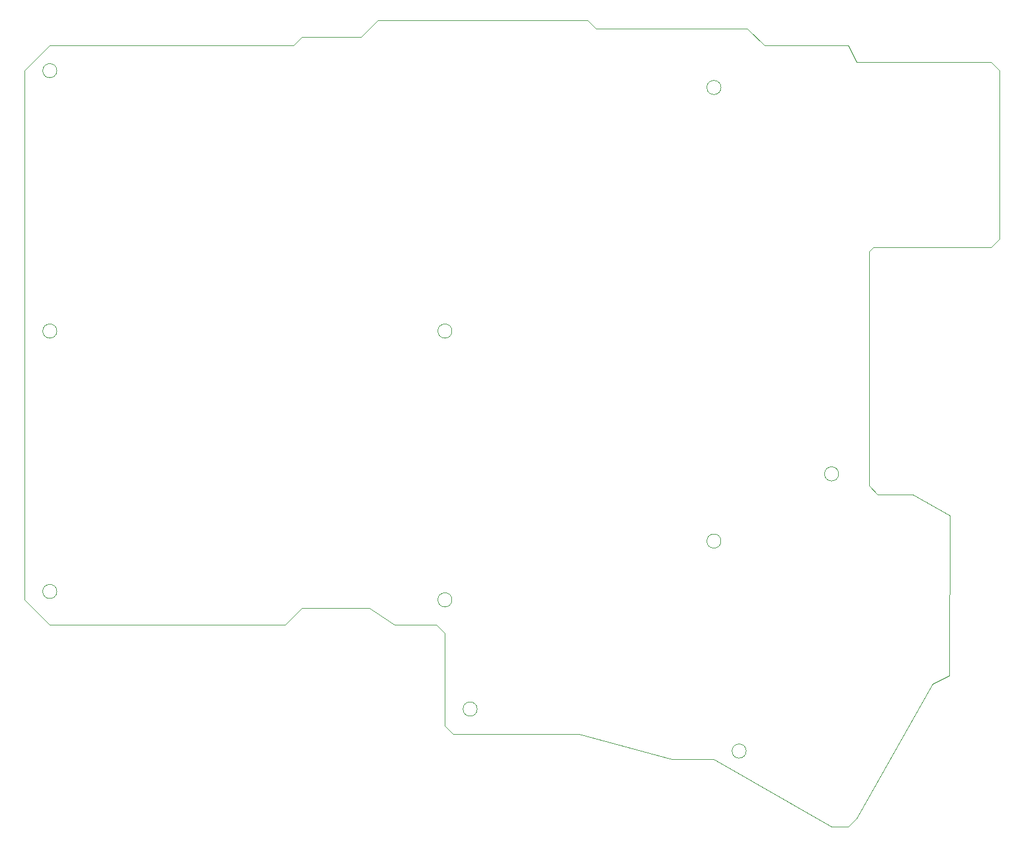
<source format=gm1>
G04 #@! TF.GenerationSoftware,KiCad,Pcbnew,8.0.4*
G04 #@! TF.CreationDate,2024-09-10T03:21:52+03:00*
G04 #@! TF.ProjectId,silakka54,73696c61-6b6b-4613-9534-2e6b69636164,rev?*
G04 #@! TF.SameCoordinates,Original*
G04 #@! TF.FileFunction,Profile,NP*
%FSLAX46Y46*%
G04 Gerber Fmt 4.6, Leading zero omitted, Abs format (unit mm)*
G04 Created by KiCad (PCBNEW 8.0.4) date 2024-09-10 03:21:52*
%MOMM*%
%LPD*%
G01*
G04 APERTURE LIST*
G04 #@! TA.AperFunction,Profile*
%ADD10C,0.050000*%
G04 #@! TD*
G04 #@! TA.AperFunction,Profile*
%ADD11C,0.100000*%
G04 #@! TD*
G04 APERTURE END LIST*
D10*
X109537500Y-26193750D02*
X130968750Y-26193750D01*
X133350000Y-28575000D01*
X145256250Y-28575000D01*
X146446875Y-30956250D01*
X165496875Y-30956250D01*
X166687500Y-32146875D01*
X166687500Y-55959375D01*
X165496875Y-57150000D01*
X148828125Y-57150000D01*
X148200000Y-57800000D01*
X148200000Y-91000000D01*
X149400000Y-92200000D01*
X154400000Y-92200000D01*
X159600000Y-95200000D01*
X159543750Y-117871875D01*
X157162500Y-119062500D01*
X146446875Y-138112500D01*
X145256250Y-139303125D01*
X142875000Y-139303125D01*
X126206250Y-129778125D01*
X125015625Y-129778125D01*
X120253125Y-129778125D01*
X107156250Y-126206250D01*
X89296875Y-126206250D01*
X88106250Y-125015625D01*
X88106250Y-111918750D01*
X86915625Y-110728125D01*
X80962500Y-110728125D01*
X77390625Y-108346875D01*
X67865625Y-108346875D01*
X65484375Y-110728125D01*
X32146875Y-110728125D01*
X28575000Y-107156250D01*
X28575000Y-32146875D01*
X32146875Y-28575000D01*
X66675000Y-28575000D01*
X67865625Y-27384375D01*
X76200000Y-27384375D01*
X78581250Y-25003125D01*
X108346875Y-25003125D01*
X109537500Y-26193750D01*
D11*
G04 #@! TO.C,REF\u002A\u002A*
X33146875Y-105965625D02*
G75*
G02*
X31146875Y-105965625I-1000000J0D01*
G01*
X31146875Y-105965625D02*
G75*
G02*
X33146875Y-105965625I1000000J0D01*
G01*
X89106250Y-69056250D02*
G75*
G02*
X87106250Y-69056250I-1000000J0D01*
G01*
X87106250Y-69056250D02*
G75*
G02*
X89106250Y-69056250I1000000J0D01*
G01*
X92678125Y-122634375D02*
G75*
G02*
X90678125Y-122634375I-1000000J0D01*
G01*
X90678125Y-122634375D02*
G75*
G02*
X92678125Y-122634375I1000000J0D01*
G01*
X89106250Y-107156250D02*
G75*
G02*
X87106250Y-107156250I-1000000J0D01*
G01*
X87106250Y-107156250D02*
G75*
G02*
X89106250Y-107156250I1000000J0D01*
G01*
X127206250Y-34528125D02*
G75*
G02*
X125206250Y-34528125I-1000000J0D01*
G01*
X125206250Y-34528125D02*
G75*
G02*
X127206250Y-34528125I1000000J0D01*
G01*
X143875000Y-89296875D02*
G75*
G02*
X141875000Y-89296875I-1000000J0D01*
G01*
X141875000Y-89296875D02*
G75*
G02*
X143875000Y-89296875I1000000J0D01*
G01*
X127206250Y-98821875D02*
G75*
G02*
X125206250Y-98821875I-1000000J0D01*
G01*
X125206250Y-98821875D02*
G75*
G02*
X127206250Y-98821875I1000000J0D01*
G01*
X33146875Y-69056250D02*
G75*
G02*
X31146875Y-69056250I-1000000J0D01*
G01*
X31146875Y-69056250D02*
G75*
G02*
X33146875Y-69056250I1000000J0D01*
G01*
X130778125Y-128587500D02*
G75*
G02*
X128778125Y-128587500I-1000000J0D01*
G01*
X128778125Y-128587500D02*
G75*
G02*
X130778125Y-128587500I1000000J0D01*
G01*
X33146875Y-32146875D02*
G75*
G02*
X31146875Y-32146875I-1000000J0D01*
G01*
X31146875Y-32146875D02*
G75*
G02*
X33146875Y-32146875I1000000J0D01*
G01*
G04 #@! TD*
M02*

</source>
